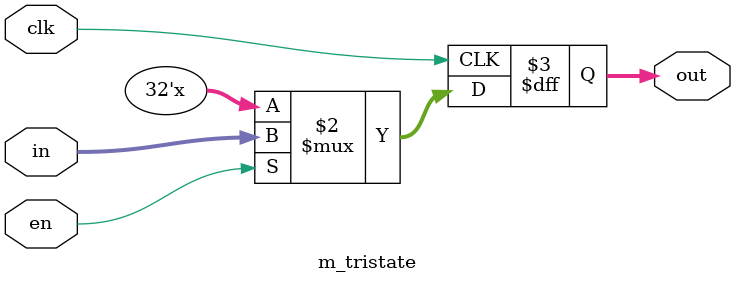
<source format=v>
module m_tristate(
	input clk,
	input [31:0]in,
	input en,
	output reg [31:0]out
);

	always @(posedge clk)
		out = en ? in : 32'bz;

endmodule
</source>
